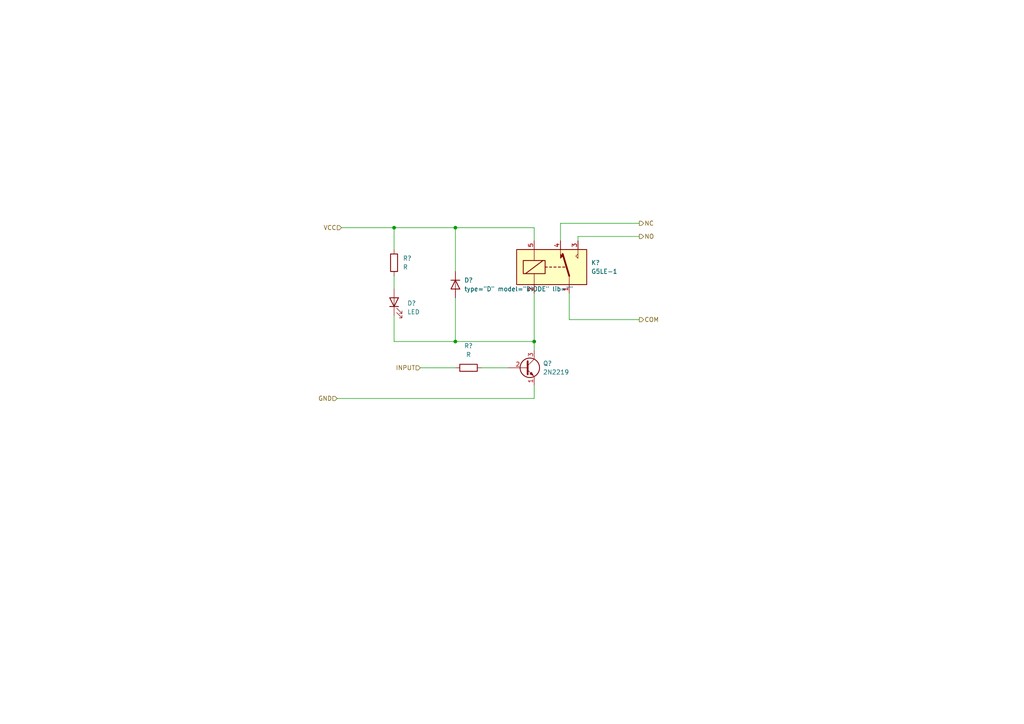
<source format=kicad_sch>
(kicad_sch (version 20211123) (generator eeschema)
  (paper "A4")
  (title_block (title "Relay Arduino Module") (date "2023-05-26") (rev "1.0") (company "JurGOn"))
  (lib_symbols
    (symbol "Device:LED" (pin_numbers hide) (pin_names (offset 1.016) hide)
      (property "Reference" "D" (at 0 2.54 0))
      (property "Value" "LED" (at 0 -2.54 0))
      (symbol "LED_0_1"
        (polyline (pts (xy -1.27 -1.27) (xy -1.27 1.27)) (stroke (width 0.254)))
        (polyline (pts (xy -1.27 0) (xy 1.27 0)))
        (polyline (pts (xy 1.27 -1.27) (xy 1.27 1.27) (xy -1.27 0) (xy 1.27 -1.27)) (stroke (width 0.254)))
        (polyline (pts (xy -3.048 -0.762) (xy -4.572 -2.286) (xy -3.81 -2.286) (xy -4.572 -2.286) (xy -4.572 -1.524)))
        (polyline (pts (xy -1.778 -0.762) (xy -3.302 -2.286) (xy -2.54 -2.286) (xy -3.302 -2.286) (xy -3.302 -1.524)))
      )
      (symbol "LED_1_1"
        (pin passive line (at -3.81 0 0) (length 2.54) (name "K") (number "1"))
        (pin passive line (at 3.81 0 180) (length 2.54) (name "A") (number "2"))
      )
    )
    (symbol "Device:R" (pin_numbers hide) (pin_names (offset 0))
      (property "Reference" "R" (at 2.032 0 90))
      (property "Value" "R" (at 0 0 90))
      (symbol "R_0_1"
        (rectangle (start -1.016 -2.54) (end 1.016 2.54) (stroke (width 0.254)))
      )
      (symbol "R_1_1"
        (pin passive line (at 0 3.81 270) (length 1.27) (name "~") (number "1"))
        (pin passive line (at 0 -3.81 90) (length 1.27) (name "~") (number "2"))
      )
    )
    (symbol "Relay:G5LE-1"
      (property "Reference" "K" (at 11.43 3.81 0))
      (property "Value" "G5LE-1" (at 11.43 1.27 0))
      (symbol "G5LE-1_0_0"
        (polyline (pts (xy 7.62 5.08) (xy 7.62 2.54) (xy 6.985 3.175) (xy 7.62 3.81)))
      )
      (symbol "G5LE-1_0_1"
        (rectangle (start -10.16 5.08) (end 10.16 -5.08) (stroke (width 0.254)) (fill (type background)))
        (rectangle (start -8.255 1.905) (end -1.905 -1.905) (stroke (width 0.254)))
        (polyline (pts (xy -7.62 -1.905) (xy -2.54 1.905)) (stroke (width 0.254)))
        (polyline (pts (xy -5.08 -5.08) (xy -5.08 -1.905)))
        (polyline (pts (xy -5.08 5.08) (xy -5.08 1.905)))
        (polyline (pts (xy -1.905 0) (xy -1.27 0)) (stroke (width 0.254)))
        (polyline (pts (xy -0.635 0) (xy 0 0)) (stroke (width 0.254)))
        (polyline (pts (xy 0.635 0) (xy 1.27 0)) (stroke (width 0.254)))
        (polyline (pts (xy 1.905 0) (xy 2.54 0)) (stroke (width 0.254)))
        (polyline (pts (xy 3.175 0) (xy 3.81 0)) (stroke (width 0.254)))
        (polyline (pts (xy 5.08 -2.54) (xy 3.175 3.81)) (stroke (width 0.508)))
        (polyline (pts (xy 5.08 -2.54) (xy 5.08 -5.08)))
        (polyline (pts (xy 2.54 5.08) (xy 2.54 2.54) (xy 3.175 3.175) (xy 2.54 3.81)) (fill (type outline)))
      )
      (symbol "G5LE-1_1_1"
        (pin passive line (at 5.08 -7.62 90) (length 2.54) (name "~") (number "1"))
        (pin passive line (at -5.08 -7.62 90) (length 2.54) (name "~") (number "2"))
        (pin passive line (at 7.62 7.62 270) (length 2.54) (name "~") (number "3"))
        (pin passive line (at 2.54 7.62 270) (length 2.54) (name "~") (number "4"))
        (pin passive line (at -5.08 7.62 270) (length 2.54) (name "~") (number "5"))
      )
    )
    (symbol "Simulation_SPICE:DIODE" (pin_numbers hide) (pin_names (offset 1.016) hide)
      (property "Reference" "D" (at 0 2.54 0))
      (property "Value" "DIODE" (at 0 -2.54 0))
      (symbol "DIODE_0_1"
        (polyline (pts (xy 1.27 0) (xy -1.27 0)))
        (polyline (pts (xy 1.27 1.27) (xy 1.27 -1.27)) (stroke (width 0.254)))
        (polyline (pts (xy -1.27 -1.27) (xy -1.27 1.27) (xy 1.27 0) (xy -1.27 -1.27)) (stroke (width 0.254)))
      )
      (symbol "DIODE_1_1"
        (pin passive line (at -3.81 0 0) (length 2.54) (name "A") (number "1"))
        (pin passive line (at 3.81 0 180) (length 2.54) (name "K") (number "2"))
      )
    )
    (symbol "Transistor_BJT:2N2219" (pin_names (offset 0) hide)
      (property "Reference" "Q" (at 5.08 1.905 0))
      (property "Value" "2N2219" (at 5.08 0 0))
      (symbol "2N2219_0_1"
        (polyline (pts (xy 0.635 0.635) (xy 2.54 2.54)))
        (polyline (pts (xy 0.635 -0.635) (xy 2.54 -2.54) (xy 2.54 -2.54)))
        (polyline (pts (xy 0.635 1.905) (xy 0.635 -1.905) (xy 0.635 -1.905)) (stroke (width 0.508)))
        (polyline (pts (xy 1.27 -1.778) (xy 1.778 -1.27) (xy 2.286 -2.286) (xy 1.27 -1.778) (xy 1.27 -1.778)) (fill (type outline)))
        (circle (center 1.27 0) (radius 2.8194) (stroke (width 0.254)))
      )
      (symbol "2N2219_1_1"
        (pin passive line (at 2.54 -5.08 90) (length 2.54) (name "E") (number "1"))
        (pin passive line (at -5.08 0 0) (length 5.715) (name "B") (number "2"))
        (pin passive line (at 2.54 5.08 270) (length 2.54) (name "C") (number "3"))
      )
    )
  )
  (junction (at 132.08 99.06))
  (junction (at 114.3 66.04))
  (junction (at 154.94 99.06))
  (junction (at 132.08 66.04))
  (wire (pts (xy 154.94 85.09) (xy 154.94 99.06)))
  (wire (pts (xy 162.56 64.77) (xy 162.56 69.85)))
  (wire (pts (xy 165.1 92.71) (xy 185.42 92.71)))
  (wire (pts (xy 132.08 66.04) (xy 132.08 78.74)))
  (wire (pts (xy 139.7 106.68) (xy 147.32 106.68)))
  (wire (pts (xy 154.94 111.76) (xy 154.94 115.57)))
  (wire (pts (xy 132.08 66.04) (xy 154.94 66.04)))
  (wire (pts (xy 114.3 91.44) (xy 114.3 99.06)))
  (wire (pts (xy 167.64 68.58) (xy 185.42 68.58)))
  (wire (pts (xy 165.1 92.71) (xy 165.1 85.09)))
  (wire (pts (xy 114.3 66.04) (xy 132.08 66.04)))
  (wire (pts (xy 121.92 106.68) (xy 132.08 106.68)))
  (wire (pts (xy 167.64 68.58) (xy 167.64 69.85)))
  (wire (pts (xy 114.3 66.04) (xy 114.3 72.39)))
  (wire (pts (xy 154.94 99.06) (xy 154.94 101.6)))
  (wire (pts (xy 97.79 115.57) (xy 154.94 115.57)))
  (wire (pts (xy 154.94 66.04) (xy 154.94 69.85)))
  (wire (pts (xy 132.08 99.06) (xy 154.94 99.06)))
  (wire (pts (xy 114.3 99.06) (xy 132.08 99.06)))
  (wire (pts (xy 132.08 86.36) (xy 132.08 99.06)))
  (wire (pts (xy 114.3 80.01) (xy 114.3 83.82)))
  (wire (pts (xy 185.42 64.77) (xy 162.56 64.77)))
  (wire (pts (xy 99.06 66.04) (xy 114.3 66.04)))
  (hierarchical_label "COM" (shape output) (at 185.42 92.71 0))
  (hierarchical_label "INPUT" (shape input) (at 121.92 106.68 180))
  (hierarchical_label "NC" (shape output) (at 185.42 64.77 0))
  (hierarchical_label "GND" (shape input) (at 97.79 115.57 180))
  (hierarchical_label "VCC" (shape input) (at 99.06 66.04 180))
  (hierarchical_label "NO" (shape output) (at 185.42 68.58 0))
  (symbol (lib_id "Device:R") (at 135.89 106.68 90) (unit 1)
    (property "Reference" "R?" (at 135.89 100.33 90))
    (property "Value" "R" (at 135.89 102.87 90))
  )
  (symbol (lib_id "Device:LED") (at 114.3 87.63 90) (unit 1)
    (property "Reference" "D?" (at 118.11 87.9474 90) (effects (justify right)))
    (property "Value" "LED" (at 118.11 90.4874 90) (effects (justify right)))
  )
  (symbol (lib_id "Simulation_SPICE:DIODE") (at 132.08 82.55 90) (unit 1)
    (property "Reference" "D?" (at 134.62 81.2799 90) (effects (justify right)))
    (property "Value" "DIODE" (at 134.62 83.8199 90) (effects (justify right)))
    (property "Spice_Netlist_Enabled" "Y" (effects hide))
    (property "Spice_Primitive" "D" (effects hide))
  )
  (symbol (lib_id "Transistor_BJT:2N2219") (at 152.4 106.68 0) (unit 1)
    (property "Reference" "Q?" (at 157.48 105.4099 0) (effects (justify left)))
    (property "Value" "2N2219" (at 157.48 107.9499 0) (effects (justify left)))
    (property "Footprint" "Package_TO_SOT_THT:TO-39-3" (effects hide))
    (property "Datasheet" "http://www.onsemi.com/pub_link/Collateral/2N2219-D.PDF" (effects hide))
  )
  (symbol (lib_id "Relay:G5LE-1") (at 160.02 77.47 0) (unit 1)
    (property "Reference" "K?" (at 171.45 76.1999 0) (effects (justify left)))
    (property "Value" "G5LE-1" (at 171.45 78.7399 0) (effects (justify left)))
    (property "Footprint" "Relay_THT:Relay_SPDT_Omron-G5LE-1" (effects hide))
    (property "Datasheet" "http://www.omron.com/ecb/products/pdf/en-g5le.pdf" (effects hide))
  )
  (symbol (lib_id "Device:R") (at 114.3 76.2 0) (unit 1)
    (property "Reference" "R?" (at 116.84 74.9299 0) (effects (justify left)))
    (property "Value" "R" (at 116.84 77.4699 0) (effects (justify left)))
  )
)
</source>
